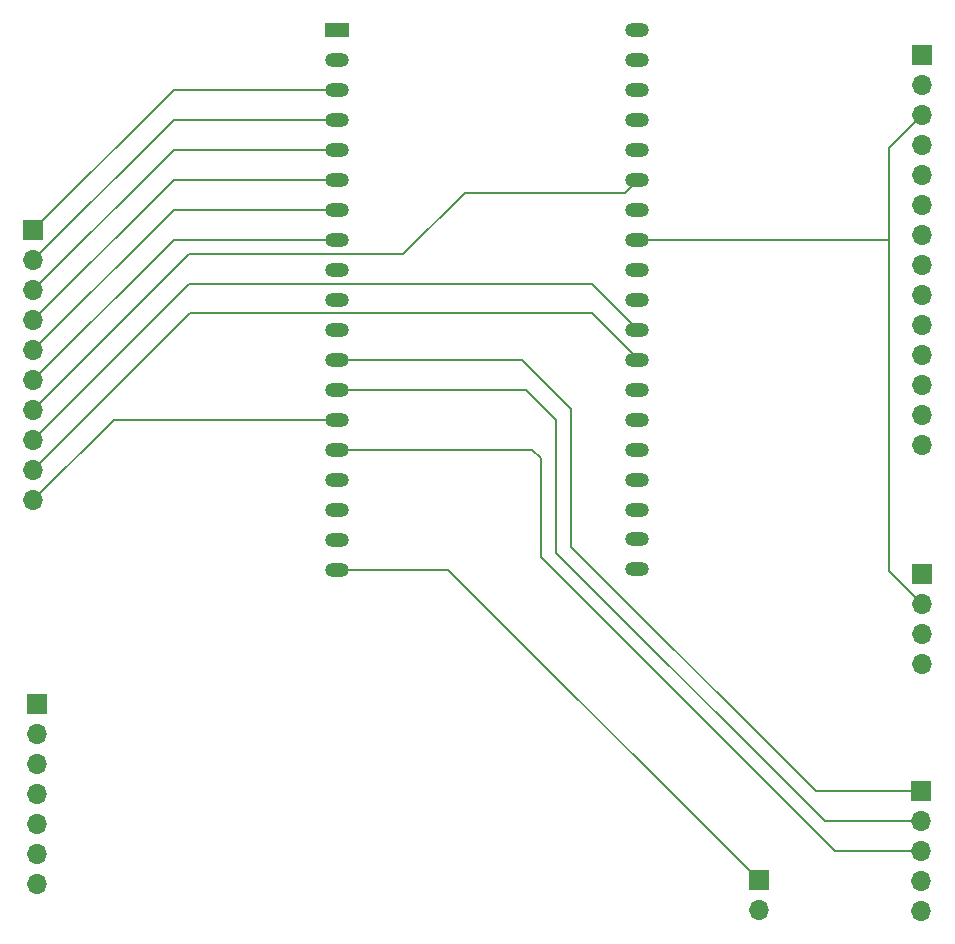
<source format=gbr>
%TF.GenerationSoftware,KiCad,Pcbnew,8.0.7*%
%TF.CreationDate,2025-01-15T13:48:50-05:00*%
%TF.ProjectId,CPU,4350552e-6b69-4636-9164-5f7063625858,rev?*%
%TF.SameCoordinates,Original*%
%TF.FileFunction,Copper,L1,Top*%
%TF.FilePolarity,Positive*%
%FSLAX46Y46*%
G04 Gerber Fmt 4.6, Leading zero omitted, Abs format (unit mm)*
G04 Created by KiCad (PCBNEW 8.0.7) date 2025-01-15 13:48:50*
%MOMM*%
%LPD*%
G01*
G04 APERTURE LIST*
%TA.AperFunction,ComponentPad*%
%ADD10R,1.700000X1.700000*%
%TD*%
%TA.AperFunction,ComponentPad*%
%ADD11O,1.700000X1.700000*%
%TD*%
%TA.AperFunction,ComponentPad*%
%ADD12R,2.000000X1.200000*%
%TD*%
%TA.AperFunction,ComponentPad*%
%ADD13O,2.000000X1.200000*%
%TD*%
%TA.AperFunction,Conductor*%
%ADD14C,0.200000*%
%TD*%
G04 APERTURE END LIST*
D10*
%TO.P,J5,1,Pin_1*%
%TO.N,Net-(J5-Pin_1)*%
X90678000Y-119561000D03*
D11*
%TO.P,J5,2,Pin_2*%
%TO.N,Net-(J5-Pin_2)*%
X90678000Y-122101000D03*
%TO.P,J5,3,Pin_3*%
%TO.N,Net-(J5-Pin_3)*%
X90678000Y-124641000D03*
%TO.P,J5,4,Pin_4*%
%TO.N,GND*%
X90678000Y-127181000D03*
%TO.P,J5,5,Pin_5*%
%TO.N,unconnected-(J5-Pin_5-Pad5)*%
X90678000Y-129721000D03*
%TO.P,J5,6,Pin_6*%
%TO.N,GND*%
X90678000Y-132261000D03*
%TO.P,J5,7,Pin_7*%
%TO.N,Net-(J1-Pin_14)*%
X90678000Y-134801000D03*
%TD*%
D10*
%TO.P,J3,1,Pin_1*%
%TO.N,Net-(J3-Pin_1)*%
X165608000Y-108512000D03*
D11*
%TO.P,J3,2,Pin_2*%
%TO.N,Net-(J1-Pin_3)*%
X165608000Y-111052000D03*
%TO.P,J3,3,Pin_3*%
%TO.N,Net-(J1-Pin_2)*%
X165608000Y-113592000D03*
%TO.P,J3,4,Pin_4*%
%TO.N,Net-(J1-Pin_5)*%
X165608000Y-116132000D03*
%TD*%
D10*
%TO.P,J1,1,Pin_1*%
%TO.N,unconnected-(J1-Pin_1-Pad1)*%
X165608000Y-64570000D03*
D11*
%TO.P,J1,2,Pin_2*%
%TO.N,Net-(J1-Pin_2)*%
X165608000Y-67110000D03*
%TO.P,J1,3,Pin_3*%
%TO.N,Net-(J1-Pin_3)*%
X165608000Y-69650000D03*
%TO.P,J1,4,Pin_4*%
%TO.N,Net-(J1-Pin_4)*%
X165608000Y-72190000D03*
%TO.P,J1,5,Pin_5*%
%TO.N,Net-(J1-Pin_5)*%
X165608000Y-74730000D03*
%TO.P,J1,6,Pin_6*%
%TO.N,Net-(J1-Pin_2)*%
X165608000Y-77270000D03*
%TO.P,J1,7,Pin_7*%
%TO.N,Net-(J1-Pin_14)*%
X165608000Y-79810000D03*
%TO.P,J1,8,Pin_8*%
%TO.N,Net-(J1-Pin_5)*%
X165608000Y-82350000D03*
%TO.P,J1,9,Pin_9*%
%TO.N,unconnected-(J1-Pin_9-Pad9)*%
X165608000Y-84890000D03*
%TO.P,J1,10,Pin_10*%
%TO.N,Net-(J1-Pin_10)*%
X165608000Y-87430000D03*
%TO.P,J1,11,Pin_11*%
%TO.N,Net-(J1-Pin_11)*%
X165608000Y-89970000D03*
%TO.P,J1,12,Pin_12*%
%TO.N,Net-(J1-Pin_12)*%
X165608000Y-92510000D03*
%TO.P,J1,13,Pin_13*%
%TO.N,GND*%
X165608000Y-95050000D03*
%TO.P,J1,14,Pin_14*%
%TO.N,Net-(J1-Pin_14)*%
X165608000Y-97590000D03*
%TD*%
D12*
%TO.P,U1,1,3V3*%
%TO.N,Net-(J1-Pin_14)*%
X116076000Y-62415000D03*
D13*
%TO.P,U1,2,EN*%
%TO.N,unconnected-(U1-EN-Pad2)*%
X116076000Y-64955000D03*
%TO.P,U1,3,SENSOR_VP*%
%TO.N,Net-(J2-Pin_1)*%
X116076000Y-67495000D03*
%TO.P,U1,4,SENSOR_VN*%
%TO.N,Net-(J2-Pin_2)*%
X116076000Y-70035000D03*
%TO.P,U1,5,IO34*%
%TO.N,Net-(J2-Pin_3)*%
X116076000Y-72575000D03*
%TO.P,U1,6,IO35*%
%TO.N,Net-(J2-Pin_4)*%
X116076000Y-75115000D03*
%TO.P,U1,7,IO32*%
%TO.N,Net-(J2-Pin_5)*%
X116076000Y-77655000D03*
%TO.P,U1,8,IO33*%
%TO.N,Net-(J2-Pin_6)*%
X116076000Y-80195000D03*
%TO.P,U1,9,IO25*%
%TO.N,Net-(J5-Pin_1)*%
X116076000Y-82735000D03*
%TO.P,U1,10,IO26*%
%TO.N,Net-(J5-Pin_2)*%
X116076000Y-85275000D03*
%TO.P,U1,11,IO27*%
%TO.N,Net-(J1-Pin_4)*%
X116076000Y-87815000D03*
%TO.P,U1,12,IO14*%
%TO.N,Net-(J4-Pin_1)*%
X116076000Y-90355000D03*
%TO.P,U1,13,IO12*%
%TO.N,Net-(J4-Pin_2)*%
X116076000Y-92895000D03*
%TO.P,U1,14,GND1*%
%TO.N,Net-(J2-Pin_10)*%
X116076000Y-95435000D03*
%TO.P,U1,15,IO13*%
%TO.N,Net-(J4-Pin_3)*%
X116076000Y-97975000D03*
%TO.P,U1,16,SD2*%
%TO.N,unconnected-(U1-SD2-Pad16)*%
X116076000Y-100515000D03*
%TO.P,U1,17,SD3*%
%TO.N,unconnected-(U1-SD3-Pad17)*%
X116076000Y-103055000D03*
%TO.P,U1,18,CMD*%
%TO.N,unconnected-(U1-CMD-Pad18)*%
X116076000Y-105595000D03*
%TO.P,U1,19,EXT_5V*%
%TO.N,Net-(J6-Pin_1)*%
X116076000Y-108135000D03*
%TO.P,U1,20,CLK*%
%TO.N,unconnected-(U1-CLK-Pad20)*%
X141472320Y-108132280D03*
%TO.P,U1,21,SD0*%
%TO.N,unconnected-(U1-SD0-Pad21)*%
X141472320Y-105592280D03*
%TO.P,U1,22,SD1*%
%TO.N,unconnected-(U1-SD1-Pad22)*%
X141476000Y-103055000D03*
%TO.P,U1,23,IO15*%
%TO.N,Net-(J1-Pin_12)*%
X141476000Y-100515000D03*
%TO.P,U1,24,IO2*%
%TO.N,Net-(J1-Pin_11)*%
X141476000Y-97975000D03*
%TO.P,U1,25,IO0*%
%TO.N,unconnected-(U1-IO0-Pad25)*%
X141476000Y-95435000D03*
%TO.P,U1,26,IO4*%
%TO.N,Net-(J1-Pin_10)*%
X141476000Y-92895000D03*
%TO.P,U1,27,IO16*%
%TO.N,Net-(J2-Pin_9)*%
X141476000Y-90355000D03*
%TO.P,U1,28,IO17*%
%TO.N,Net-(J2-Pin_8)*%
X141476000Y-87815000D03*
%TO.P,U1,29,IO5*%
%TO.N,Net-(J3-Pin_1)*%
X141476000Y-85275000D03*
%TO.P,U1,30,IO18*%
%TO.N,Net-(J1-Pin_5)*%
X141476000Y-82735000D03*
%TO.P,U1,31,IO19*%
%TO.N,Net-(J1-Pin_3)*%
X141476000Y-80195000D03*
%TO.P,U1,32,GND2*%
%TO.N,unconnected-(U1-GND2-Pad32)*%
X141476000Y-77655000D03*
%TO.P,U1,33,IO21*%
%TO.N,Net-(J2-Pin_7)*%
X141476000Y-75115000D03*
%TO.P,U1,34,RXD0*%
%TO.N,unconnected-(U1-RXD0-Pad34)*%
X141476000Y-72575000D03*
%TO.P,U1,35,TXD0*%
%TO.N,unconnected-(U1-TXD0-Pad35)*%
X141476000Y-70035000D03*
%TO.P,U1,36,IO22*%
%TO.N,Net-(J5-Pin_3)*%
X141476000Y-67495000D03*
%TO.P,U1,37,IO23*%
%TO.N,Net-(J1-Pin_2)*%
X141476000Y-64955000D03*
%TO.P,U1,38,GND3*%
%TO.N,GND*%
X141476000Y-62415000D03*
%TD*%
D10*
%TO.P,J2,1,Pin_1*%
%TO.N,Net-(J2-Pin_1)*%
X90297000Y-79426500D03*
D11*
%TO.P,J2,2,Pin_2*%
%TO.N,Net-(J2-Pin_2)*%
X90297000Y-81966500D03*
%TO.P,J2,3,Pin_3*%
%TO.N,Net-(J2-Pin_3)*%
X90297000Y-84506500D03*
%TO.P,J2,4,Pin_4*%
%TO.N,Net-(J2-Pin_4)*%
X90297000Y-87046500D03*
%TO.P,J2,5,Pin_5*%
%TO.N,Net-(J2-Pin_5)*%
X90297000Y-89586500D03*
%TO.P,J2,6,Pin_6*%
%TO.N,Net-(J2-Pin_6)*%
X90297000Y-92126500D03*
%TO.P,J2,7,Pin_7*%
%TO.N,Net-(J2-Pin_7)*%
X90297000Y-94666500D03*
%TO.P,J2,8,Pin_8*%
%TO.N,Net-(J2-Pin_8)*%
X90297000Y-97206500D03*
%TO.P,J2,9,Pin_9*%
%TO.N,Net-(J2-Pin_9)*%
X90297000Y-99746500D03*
%TO.P,J2,10,Pin_10*%
%TO.N,Net-(J2-Pin_10)*%
X90297000Y-102286500D03*
%TD*%
D10*
%TO.P,J6,1,Pin_1*%
%TO.N,Net-(J6-Pin_1)*%
X151765000Y-134415000D03*
D11*
%TO.P,J6,2,Pin_2*%
%TO.N,GND*%
X151765000Y-136955000D03*
%TD*%
D10*
%TO.P,J4,1,Pin_1*%
%TO.N,Net-(J4-Pin_1)*%
X165481000Y-126927000D03*
D11*
%TO.P,J4,2,Pin_2*%
%TO.N,Net-(J4-Pin_2)*%
X165481000Y-129467000D03*
%TO.P,J4,3,Pin_3*%
%TO.N,Net-(J4-Pin_3)*%
X165481000Y-132007000D03*
%TO.P,J4,4,Pin_4*%
%TO.N,GND*%
X165481000Y-134547000D03*
%TO.P,J4,5,Pin_5*%
%TO.N,Net-(J1-Pin_14)*%
X165481000Y-137087000D03*
%TD*%
D14*
%TO.N,Net-(J1-Pin_3)*%
X162814000Y-108258000D02*
X162814000Y-108077000D01*
X162814000Y-108077000D02*
X162814000Y-72444000D01*
X165608000Y-111052000D02*
X162814000Y-108258000D01*
X162814000Y-72444000D02*
X165608000Y-69650000D01*
X141476000Y-80195000D02*
X162814000Y-80195000D01*
%TO.N,Net-(J2-Pin_8)*%
X141476000Y-87809000D02*
X141476000Y-87815000D01*
X103505000Y-84001000D02*
X137668000Y-84001000D01*
X137668000Y-84001000D02*
X141476000Y-87809000D01*
X141474000Y-87815000D02*
X141476000Y-87815000D01*
X90297000Y-97209000D02*
X103505000Y-84001000D01*
%TO.N,Net-(J2-Pin_1)*%
X102231000Y-67495000D02*
X90297000Y-79429000D01*
X116076000Y-67495000D02*
X102231000Y-67495000D01*
%TO.N,Net-(J2-Pin_9)*%
X103632000Y-86414000D02*
X137668000Y-86414000D01*
X90297000Y-99749000D02*
X103632000Y-86414000D01*
X137668000Y-86414000D02*
X141476000Y-90222000D01*
X141476000Y-90222000D02*
X141476000Y-90355000D01*
%TO.N,Net-(J2-Pin_2)*%
X102231000Y-70035000D02*
X90297000Y-81969000D01*
X116076000Y-70035000D02*
X102231000Y-70035000D01*
%TO.N,Net-(J2-Pin_10)*%
X97151000Y-95435000D02*
X116076000Y-95435000D01*
X90297000Y-102289000D02*
X97151000Y-95435000D01*
%TO.N,Net-(J2-Pin_5)*%
X116076000Y-77655000D02*
X102231000Y-77655000D01*
X102231000Y-77655000D02*
X90297000Y-89589000D01*
%TO.N,Net-(J2-Pin_7)*%
X126873000Y-76254000D02*
X140462000Y-76254000D01*
X140462000Y-76254000D02*
X141476000Y-75240000D01*
X103505000Y-81461000D02*
X121666000Y-81461000D01*
X141476000Y-75240000D02*
X141476000Y-75115000D01*
X90297000Y-94669000D02*
X103505000Y-81461000D01*
X121666000Y-81461000D02*
X126873000Y-76254000D01*
%TO.N,Net-(J2-Pin_6)*%
X116076000Y-80195000D02*
X102231000Y-80195000D01*
X102231000Y-80195000D02*
X90297000Y-92129000D01*
%TO.N,Net-(J2-Pin_4)*%
X102231000Y-75115000D02*
X90297000Y-87049000D01*
X116076000Y-75115000D02*
X102231000Y-75115000D01*
%TO.N,Net-(J2-Pin_3)*%
X102231000Y-72575000D02*
X90297000Y-84509000D01*
X116076000Y-72575000D02*
X102231000Y-72575000D01*
%TO.N,Net-(J4-Pin_2)*%
X116076000Y-92895000D02*
X132065000Y-92895000D01*
X157353000Y-129467000D02*
X165481000Y-129467000D01*
X132065000Y-92895000D02*
X134620000Y-95450000D01*
X134620000Y-95450000D02*
X134620000Y-106734000D01*
X134620000Y-106734000D02*
X157353000Y-129467000D01*
%TO.N,Net-(J4-Pin_1)*%
X135890000Y-106226000D02*
X156591000Y-126927000D01*
X135890000Y-94542000D02*
X135890000Y-106226000D01*
X156591000Y-126927000D02*
X165481000Y-126927000D01*
X116076000Y-90355000D02*
X131703000Y-90355000D01*
X131703000Y-90355000D02*
X135890000Y-94542000D01*
%TO.N,Net-(J4-Pin_3)*%
X133350000Y-98733000D02*
X133350000Y-107115000D01*
X158242000Y-132007000D02*
X165481000Y-132007000D01*
X133350000Y-107115000D02*
X158242000Y-132007000D01*
X132592000Y-97975000D02*
X133350000Y-98733000D01*
X116076000Y-97975000D02*
X132592000Y-97975000D01*
%TO.N,Net-(J6-Pin_1)*%
X116076000Y-108135000D02*
X125485000Y-108135000D01*
X125485000Y-108135000D02*
X151765000Y-134415000D01*
%TD*%
M02*

</source>
